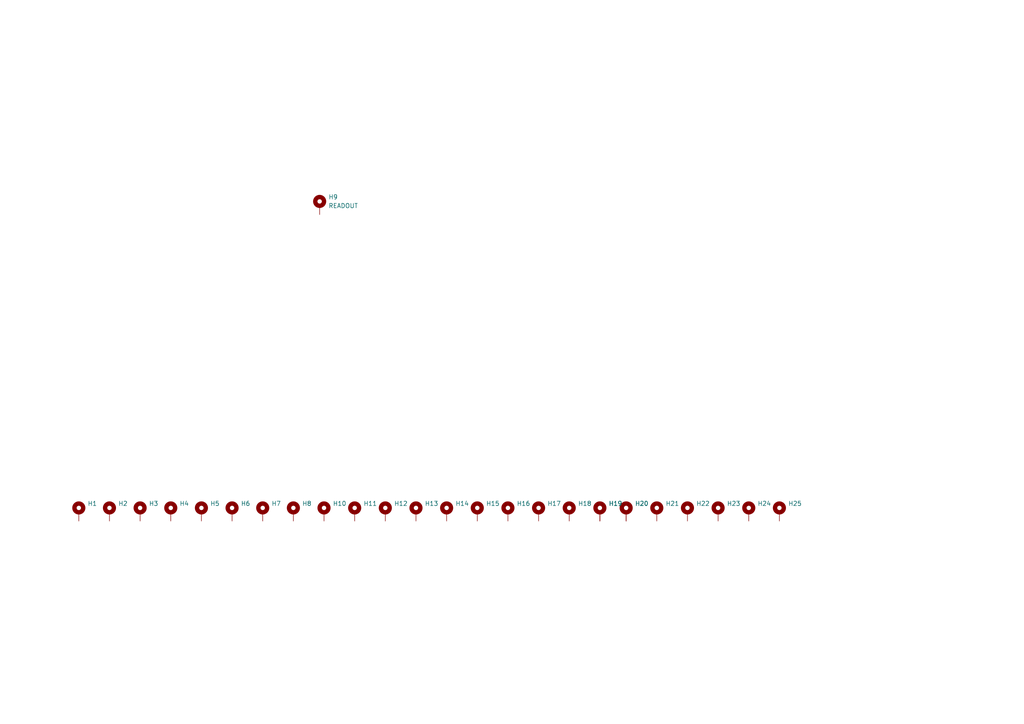
<source format=kicad_sch>
(kicad_sch (version 20211123) (generator eeschema)

  (uuid ec8f4d79-be17-402b-a40a-5aeeeecf2356)

  (paper "A4")

  (lib_symbols
    (symbol "Mechanical:MountingHole_Pad" (pin_numbers hide) (pin_names (offset 1.016) hide) (in_bom yes) (on_board yes)
      (property "Reference" "H" (id 0) (at 0 6.35 0)
        (effects (font (size 1.27 1.27)))
      )
      (property "Value" "MountingHole_Pad" (id 1) (at 0 4.445 0)
        (effects (font (size 1.27 1.27)))
      )
      (property "Footprint" "" (id 2) (at 0 0 0)
        (effects (font (size 1.27 1.27)) hide)
      )
      (property "Datasheet" "~" (id 3) (at 0 0 0)
        (effects (font (size 1.27 1.27)) hide)
      )
      (property "ki_keywords" "mounting hole" (id 4) (at 0 0 0)
        (effects (font (size 1.27 1.27)) hide)
      )
      (property "ki_description" "Mounting Hole with connection" (id 5) (at 0 0 0)
        (effects (font (size 1.27 1.27)) hide)
      )
      (property "ki_fp_filters" "MountingHole*Pad*" (id 6) (at 0 0 0)
        (effects (font (size 1.27 1.27)) hide)
      )
      (symbol "MountingHole_Pad_0_1"
        (circle (center 0 1.27) (radius 1.27)
          (stroke (width 1.27) (type default) (color 0 0 0 0))
          (fill (type none))
        )
      )
      (symbol "MountingHole_Pad_1_1"
        (pin input line (at 0 -2.54 90) (length 2.54)
          (name "1" (effects (font (size 1.27 1.27))))
          (number "1" (effects (font (size 1.27 1.27))))
        )
      )
    )
  )


  (symbol (lib_id "Mechanical:MountingHole_Pad") (at 102.87 148.59 0) (unit 1)
    (in_bom yes) (on_board yes) (fields_autoplaced)
    (uuid 2f5e6073-e478-48de-8f04-5039aa8c2823)
    (property "Reference" "H11" (id 0) (at 105.41 146.0499 0)
      (effects (font (size 1.27 1.27)) (justify left))
    )
    (property "Value" "MountingHole_Pad" (id 1) (at 105.41 148.5899 0)
      (effects (font (size 1.27 1.27)) (justify left) hide)
    )
    (property "Footprint" "MountingHole:MountingHole_5.3mm_M5_DIN965_Pad" (id 2) (at 102.87 148.59 0)
      (effects (font (size 1.27 1.27)) hide)
    )
    (property "Datasheet" "~" (id 3) (at 102.87 148.59 0)
      (effects (font (size 1.27 1.27)) hide)
    )
    (pin "1" (uuid 903664a9-2642-4e3a-b2f7-fd792726c160))
  )

  (symbol (lib_id "Mechanical:MountingHole_Pad") (at 58.42 148.59 0) (unit 1)
    (in_bom yes) (on_board yes) (fields_autoplaced)
    (uuid 2f9a61f3-05ca-4edf-b399-582031681004)
    (property "Reference" "H5" (id 0) (at 60.96 146.0499 0)
      (effects (font (size 1.27 1.27)) (justify left))
    )
    (property "Value" "MountingHole_Pad" (id 1) (at 60.96 148.5899 0)
      (effects (font (size 1.27 1.27)) (justify left) hide)
    )
    (property "Footprint" "MountingHole:MountingHole_5.3mm_M5_DIN965_Pad" (id 2) (at 58.42 148.59 0)
      (effects (font (size 1.27 1.27)) hide)
    )
    (property "Datasheet" "~" (id 3) (at 58.42 148.59 0)
      (effects (font (size 1.27 1.27)) hide)
    )
    (pin "1" (uuid c64b7090-cd60-49a0-ba22-8e075681e8a8))
  )

  (symbol (lib_id "Mechanical:MountingHole_Pad") (at 156.21 148.59 0) (unit 1)
    (in_bom yes) (on_board yes) (fields_autoplaced)
    (uuid 32393631-d068-4ed7-af9a-0e95742a522e)
    (property "Reference" "H17" (id 0) (at 158.75 146.0499 0)
      (effects (font (size 1.27 1.27)) (justify left))
    )
    (property "Value" "MountingHole_Pad" (id 1) (at 158.75 148.5899 0)
      (effects (font (size 1.27 1.27)) (justify left) hide)
    )
    (property "Footprint" "MountingHole:MountingHole_5.3mm_M5_DIN965_Pad" (id 2) (at 156.21 148.59 0)
      (effects (font (size 1.27 1.27)) hide)
    )
    (property "Datasheet" "~" (id 3) (at 156.21 148.59 0)
      (effects (font (size 1.27 1.27)) hide)
    )
    (pin "1" (uuid aaba2ca7-ce7c-4aba-8af3-3d1248266572))
  )

  (symbol (lib_id "Mechanical:MountingHole_Pad") (at 190.5 148.59 0) (unit 1)
    (in_bom yes) (on_board yes) (fields_autoplaced)
    (uuid 32f45e70-7cfe-456d-96f6-052252b819cf)
    (property "Reference" "H21" (id 0) (at 193.04 146.0499 0)
      (effects (font (size 1.27 1.27)) (justify left))
    )
    (property "Value" "MountingHole_Pad" (id 1) (at 193.04 148.5899 0)
      (effects (font (size 1.27 1.27)) (justify left) hide)
    )
    (property "Footprint" "MountingHole:MountingHole_5.3mm_M5_DIN965_Pad" (id 2) (at 190.5 148.59 0)
      (effects (font (size 1.27 1.27)) hide)
    )
    (property "Datasheet" "~" (id 3) (at 190.5 148.59 0)
      (effects (font (size 1.27 1.27)) hide)
    )
    (pin "1" (uuid 8dd33727-ce56-4961-a19a-0c2a543a4e51))
  )

  (symbol (lib_id "Mechanical:MountingHole_Pad") (at 49.53 148.59 0) (unit 1)
    (in_bom yes) (on_board yes) (fields_autoplaced)
    (uuid 4f636055-f2e9-41cb-88d5-387cedaa19f1)
    (property "Reference" "H4" (id 0) (at 52.07 146.0499 0)
      (effects (font (size 1.27 1.27)) (justify left))
    )
    (property "Value" "MountingHole_Pad" (id 1) (at 52.07 148.5899 0)
      (effects (font (size 1.27 1.27)) (justify left) hide)
    )
    (property "Footprint" "MountingHole:MountingHole_5.3mm_M5_DIN965_Pad" (id 2) (at 49.53 148.59 0)
      (effects (font (size 1.27 1.27)) hide)
    )
    (property "Datasheet" "~" (id 3) (at 49.53 148.59 0)
      (effects (font (size 1.27 1.27)) hide)
    )
    (pin "1" (uuid a0b7f6be-486c-4a94-b7e0-e416d3a14ad5))
  )

  (symbol (lib_id "Mechanical:MountingHole_Pad") (at 181.61 148.59 0) (unit 1)
    (in_bom yes) (on_board yes) (fields_autoplaced)
    (uuid 57183a9c-017c-4704-ac8e-115ea6f8638d)
    (property "Reference" "H20" (id 0) (at 184.15 146.0499 0)
      (effects (font (size 1.27 1.27)) (justify left))
    )
    (property "Value" "MountingHole_Pad" (id 1) (at 184.15 148.5899 0)
      (effects (font (size 1.27 1.27)) (justify left) hide)
    )
    (property "Footprint" "MountingHole:MountingHole_5.3mm_M5_DIN965_Pad" (id 2) (at 181.61 148.59 0)
      (effects (font (size 1.27 1.27)) hide)
    )
    (property "Datasheet" "~" (id 3) (at 181.61 148.59 0)
      (effects (font (size 1.27 1.27)) hide)
    )
    (pin "1" (uuid eab7e84f-08c3-4ecf-921b-ad7318476a01))
  )

  (symbol (lib_id "Mechanical:MountingHole_Pad") (at 67.31 148.59 0) (unit 1)
    (in_bom yes) (on_board yes) (fields_autoplaced)
    (uuid 5c82f6ea-add0-4404-b133-c98a28367336)
    (property "Reference" "H6" (id 0) (at 69.85 146.0499 0)
      (effects (font (size 1.27 1.27)) (justify left))
    )
    (property "Value" "MountingHole_Pad" (id 1) (at 69.85 148.5899 0)
      (effects (font (size 1.27 1.27)) (justify left) hide)
    )
    (property "Footprint" "MountingHole:MountingHole_5.3mm_M5_DIN965_Pad" (id 2) (at 67.31 148.59 0)
      (effects (font (size 1.27 1.27)) hide)
    )
    (property "Datasheet" "~" (id 3) (at 67.31 148.59 0)
      (effects (font (size 1.27 1.27)) hide)
    )
    (pin "1" (uuid 2fc606e0-7ca4-4237-9fff-99b3323fc77b))
  )

  (symbol (lib_id "Mechanical:MountingHole_Pad") (at 40.64 148.59 0) (unit 1)
    (in_bom yes) (on_board yes) (fields_autoplaced)
    (uuid 674bb822-53d2-4263-b7c5-dae7036bb4a8)
    (property "Reference" "H3" (id 0) (at 43.18 146.0499 0)
      (effects (font (size 1.27 1.27)) (justify left))
    )
    (property "Value" "MountingHole_Pad" (id 1) (at 43.18 148.5899 0)
      (effects (font (size 1.27 1.27)) (justify left) hide)
    )
    (property "Footprint" "MountingHole:MountingHole_5.3mm_M5_DIN965_Pad" (id 2) (at 40.64 148.59 0)
      (effects (font (size 1.27 1.27)) hide)
    )
    (property "Datasheet" "~" (id 3) (at 40.64 148.59 0)
      (effects (font (size 1.27 1.27)) hide)
    )
    (pin "1" (uuid 6b92193f-56b8-4152-9595-a8779de6b5f5))
  )

  (symbol (lib_id "Mechanical:MountingHole_Pad") (at 111.76 148.59 0) (unit 1)
    (in_bom yes) (on_board yes) (fields_autoplaced)
    (uuid 67a6f062-30ce-4303-85c0-ec91d5c411d5)
    (property "Reference" "H12" (id 0) (at 114.3 146.0499 0)
      (effects (font (size 1.27 1.27)) (justify left))
    )
    (property "Value" "MountingHole_Pad" (id 1) (at 114.3 148.5899 0)
      (effects (font (size 1.27 1.27)) (justify left) hide)
    )
    (property "Footprint" "MountingHole:MountingHole_5.3mm_M5_DIN965_Pad" (id 2) (at 111.76 148.59 0)
      (effects (font (size 1.27 1.27)) hide)
    )
    (property "Datasheet" "~" (id 3) (at 111.76 148.59 0)
      (effects (font (size 1.27 1.27)) hide)
    )
    (pin "1" (uuid 25987ad8-555e-4175-8748-4edc0e71ed20))
  )

  (symbol (lib_id "Mechanical:MountingHole_Pad") (at 226.06 148.59 0) (unit 1)
    (in_bom yes) (on_board yes) (fields_autoplaced)
    (uuid 79418ce3-051e-4034-99c4-da2fa3285011)
    (property "Reference" "H25" (id 0) (at 228.6 146.0499 0)
      (effects (font (size 1.27 1.27)) (justify left))
    )
    (property "Value" "MountingHole_Pad" (id 1) (at 228.6 148.5899 0)
      (effects (font (size 1.27 1.27)) (justify left) hide)
    )
    (property "Footprint" "MountingHole:MountingHole_5.3mm_M5_DIN965_Pad" (id 2) (at 226.06 148.59 0)
      (effects (font (size 1.27 1.27)) hide)
    )
    (property "Datasheet" "~" (id 3) (at 226.06 148.59 0)
      (effects (font (size 1.27 1.27)) hide)
    )
    (pin "1" (uuid 4be1fe21-35a7-4512-826b-a35c8e263e11))
  )

  (symbol (lib_id "Mechanical:MountingHole_Pad") (at 217.17 148.59 0) (unit 1)
    (in_bom yes) (on_board yes) (fields_autoplaced)
    (uuid 8536e283-7dd1-465c-a830-ab3c239d091e)
    (property "Reference" "H24" (id 0) (at 219.71 146.0499 0)
      (effects (font (size 1.27 1.27)) (justify left))
    )
    (property "Value" "MountingHole_Pad" (id 1) (at 219.71 148.5899 0)
      (effects (font (size 1.27 1.27)) (justify left) hide)
    )
    (property "Footprint" "MountingHole:MountingHole_5.3mm_M5_DIN965_Pad" (id 2) (at 217.17 148.59 0)
      (effects (font (size 1.27 1.27)) hide)
    )
    (property "Datasheet" "~" (id 3) (at 217.17 148.59 0)
      (effects (font (size 1.27 1.27)) hide)
    )
    (pin "1" (uuid 0fc55926-565f-4fc2-842c-33b62d793790))
  )

  (symbol (lib_id "Mechanical:MountingHole_Pad") (at 92.71 59.69 0) (unit 1)
    (in_bom yes) (on_board yes) (fields_autoplaced)
    (uuid 8989e8a0-d335-4bdf-a84a-ec6b007614f2)
    (property "Reference" "H9" (id 0) (at 95.25 57.1499 0)
      (effects (font (size 1.27 1.27)) (justify left))
    )
    (property "Value" "READOUT" (id 1) (at 95.25 59.6899 0)
      (effects (font (size 1.27 1.27)) (justify left))
    )
    (property "Footprint" "TestPoint:TestPoint_Pad_D4.0mm" (id 2) (at 92.71 59.69 0)
      (effects (font (size 1.27 1.27)) hide)
    )
    (property "Datasheet" "~" (id 3) (at 92.71 59.69 0)
      (effects (font (size 1.27 1.27)) hide)
    )
    (pin "1" (uuid 3f4ba0b3-7bc1-40a9-b11d-ccd7bfb2c7c4))
  )

  (symbol (lib_id "Mechanical:MountingHole_Pad") (at 208.28 148.59 0) (unit 1)
    (in_bom yes) (on_board yes) (fields_autoplaced)
    (uuid 8fae94a6-199d-4224-898d-d7e34a992e9c)
    (property "Reference" "H23" (id 0) (at 210.82 146.0499 0)
      (effects (font (size 1.27 1.27)) (justify left))
    )
    (property "Value" "MountingHole_Pad" (id 1) (at 210.82 148.5899 0)
      (effects (font (size 1.27 1.27)) (justify left) hide)
    )
    (property "Footprint" "MountingHole:MountingHole_5.3mm_M5_DIN965_Pad" (id 2) (at 208.28 148.59 0)
      (effects (font (size 1.27 1.27)) hide)
    )
    (property "Datasheet" "~" (id 3) (at 208.28 148.59 0)
      (effects (font (size 1.27 1.27)) hide)
    )
    (pin "1" (uuid 642580cc-c423-404a-a7da-8016bbae8105))
  )

  (symbol (lib_id "Mechanical:MountingHole_Pad") (at 22.86 148.59 0) (unit 1)
    (in_bom yes) (on_board yes) (fields_autoplaced)
    (uuid 9850ff21-c0db-4800-b750-2459e4b4af1d)
    (property "Reference" "H1" (id 0) (at 25.4 146.0499 0)
      (effects (font (size 1.27 1.27)) (justify left))
    )
    (property "Value" "MountingHole_Pad" (id 1) (at 25.4 148.5899 0)
      (effects (font (size 1.27 1.27)) (justify left) hide)
    )
    (property "Footprint" "MountingHole:MountingHole_5.3mm_M5_DIN965_Pad" (id 2) (at 22.86 148.59 0)
      (effects (font (size 1.27 1.27)) hide)
    )
    (property "Datasheet" "~" (id 3) (at 22.86 148.59 0)
      (effects (font (size 1.27 1.27)) hide)
    )
    (pin "1" (uuid cf4fc299-a35c-4c9f-818f-1768d8283c37))
  )

  (symbol (lib_id "Mechanical:MountingHole_Pad") (at 85.09 148.59 0) (unit 1)
    (in_bom yes) (on_board yes) (fields_autoplaced)
    (uuid 998a52c8-6a7b-4249-ad6f-5ad413f4d888)
    (property "Reference" "H8" (id 0) (at 87.63 146.0499 0)
      (effects (font (size 1.27 1.27)) (justify left))
    )
    (property "Value" "MountingHole_Pad" (id 1) (at 87.63 148.5899 0)
      (effects (font (size 1.27 1.27)) (justify left) hide)
    )
    (property "Footprint" "MountingHole:MountingHole_5.3mm_M5_DIN965_Pad" (id 2) (at 85.09 148.59 0)
      (effects (font (size 1.27 1.27)) hide)
    )
    (property "Datasheet" "~" (id 3) (at 85.09 148.59 0)
      (effects (font (size 1.27 1.27)) hide)
    )
    (pin "1" (uuid 49f31438-3658-4bdf-9496-c0b4c894486a))
  )

  (symbol (lib_id "Mechanical:MountingHole_Pad") (at 93.98 148.59 0) (unit 1)
    (in_bom yes) (on_board yes) (fields_autoplaced)
    (uuid a3f7e6c2-9c07-4408-afd3-7ec191c81043)
    (property "Reference" "H10" (id 0) (at 96.52 146.0499 0)
      (effects (font (size 1.27 1.27)) (justify left))
    )
    (property "Value" "MountingHole_Pad" (id 1) (at 96.52 148.5899 0)
      (effects (font (size 1.27 1.27)) (justify left) hide)
    )
    (property "Footprint" "MountingHole:MountingHole_5.3mm_M5_DIN965_Pad" (id 2) (at 93.98 148.59 0)
      (effects (font (size 1.27 1.27)) hide)
    )
    (property "Datasheet" "~" (id 3) (at 93.98 148.59 0)
      (effects (font (size 1.27 1.27)) hide)
    )
    (pin "1" (uuid 38a34005-a84c-4fa9-b1d1-a09245470b91))
  )

  (symbol (lib_id "Mechanical:MountingHole_Pad") (at 199.39 148.59 0) (unit 1)
    (in_bom yes) (on_board yes) (fields_autoplaced)
    (uuid bc63f70e-5fed-45fe-b4df-4f2bfa244ba6)
    (property "Reference" "H22" (id 0) (at 201.93 146.0499 0)
      (effects (font (size 1.27 1.27)) (justify left))
    )
    (property "Value" "MountingHole_Pad" (id 1) (at 201.93 148.5899 0)
      (effects (font (size 1.27 1.27)) (justify left) hide)
    )
    (property "Footprint" "MountingHole:MountingHole_5.3mm_M5_DIN965_Pad" (id 2) (at 199.39 148.59 0)
      (effects (font (size 1.27 1.27)) hide)
    )
    (property "Datasheet" "~" (id 3) (at 199.39 148.59 0)
      (effects (font (size 1.27 1.27)) hide)
    )
    (pin "1" (uuid 774dd4c1-12d8-4dd8-8423-216354fd3f3c))
  )

  (symbol (lib_id "Mechanical:MountingHole_Pad") (at 120.65 148.59 0) (unit 1)
    (in_bom yes) (on_board yes) (fields_autoplaced)
    (uuid be834e61-5dce-4ce2-8583-92ae67d9d946)
    (property "Reference" "H13" (id 0) (at 123.19 146.0499 0)
      (effects (font (size 1.27 1.27)) (justify left))
    )
    (property "Value" "MountingHole_Pad" (id 1) (at 123.19 148.5899 0)
      (effects (font (size 1.27 1.27)) (justify left) hide)
    )
    (property "Footprint" "MountingHole:MountingHole_5.3mm_M5_DIN965_Pad" (id 2) (at 120.65 148.59 0)
      (effects (font (size 1.27 1.27)) hide)
    )
    (property "Datasheet" "~" (id 3) (at 120.65 148.59 0)
      (effects (font (size 1.27 1.27)) hide)
    )
    (pin "1" (uuid cbc1c676-0a0f-4963-8f41-80de480ad47c))
  )

  (symbol (lib_id "Mechanical:MountingHole_Pad") (at 165.1 148.59 0) (unit 1)
    (in_bom yes) (on_board yes) (fields_autoplaced)
    (uuid d2f6863e-e6f6-4000-8447-784d06052964)
    (property "Reference" "H18" (id 0) (at 167.64 146.0499 0)
      (effects (font (size 1.27 1.27)) (justify left))
    )
    (property "Value" "MountingHole_Pad" (id 1) (at 167.64 148.5899 0)
      (effects (font (size 1.27 1.27)) (justify left) hide)
    )
    (property "Footprint" "MountingHole:MountingHole_5.3mm_M5_DIN965_Pad" (id 2) (at 165.1 148.59 0)
      (effects (font (size 1.27 1.27)) hide)
    )
    (property "Datasheet" "~" (id 3) (at 165.1 148.59 0)
      (effects (font (size 1.27 1.27)) hide)
    )
    (pin "1" (uuid 2cc9a450-3a0a-4ce6-90be-b600d1cf4dc0))
  )

  (symbol (lib_id "Mechanical:MountingHole_Pad") (at 76.2 148.59 0) (unit 1)
    (in_bom yes) (on_board yes) (fields_autoplaced)
    (uuid d4f1464a-b7e2-40d1-a9b4-b51357cba350)
    (property "Reference" "H7" (id 0) (at 78.74 146.0499 0)
      (effects (font (size 1.27 1.27)) (justify left))
    )
    (property "Value" "MountingHole_Pad" (id 1) (at 78.74 148.5899 0)
      (effects (font (size 1.27 1.27)) (justify left) hide)
    )
    (property "Footprint" "MountingHole:MountingHole_5.3mm_M5_DIN965_Pad" (id 2) (at 76.2 148.59 0)
      (effects (font (size 1.27 1.27)) hide)
    )
    (property "Datasheet" "~" (id 3) (at 76.2 148.59 0)
      (effects (font (size 1.27 1.27)) hide)
    )
    (pin "1" (uuid b63ad01d-a562-4479-a8a9-b6f501538121))
  )

  (symbol (lib_id "Mechanical:MountingHole_Pad") (at 129.54 148.59 0) (unit 1)
    (in_bom yes) (on_board yes) (fields_autoplaced)
    (uuid d98b9304-b7b6-47c8-b457-4cf6275efb6b)
    (property "Reference" "H14" (id 0) (at 132.08 146.0499 0)
      (effects (font (size 1.27 1.27)) (justify left))
    )
    (property "Value" "MountingHole_Pad" (id 1) (at 132.08 148.5899 0)
      (effects (font (size 1.27 1.27)) (justify left) hide)
    )
    (property "Footprint" "MountingHole:MountingHole_5.3mm_M5_DIN965_Pad" (id 2) (at 129.54 148.59 0)
      (effects (font (size 1.27 1.27)) hide)
    )
    (property "Datasheet" "~" (id 3) (at 129.54 148.59 0)
      (effects (font (size 1.27 1.27)) hide)
    )
    (pin "1" (uuid 2f43541a-41b3-4cea-b426-2b7d181fa70e))
  )

  (symbol (lib_id "Mechanical:MountingHole_Pad") (at 138.43 148.59 0) (unit 1)
    (in_bom yes) (on_board yes) (fields_autoplaced)
    (uuid df3217cf-0e35-4b62-ad9f-1902505b2a78)
    (property "Reference" "H15" (id 0) (at 140.97 146.0499 0)
      (effects (font (size 1.27 1.27)) (justify left))
    )
    (property "Value" "MountingHole_Pad" (id 1) (at 140.97 148.5899 0)
      (effects (font (size 1.27 1.27)) (justify left) hide)
    )
    (property "Footprint" "MountingHole:MountingHole_5.3mm_M5_DIN965_Pad" (id 2) (at 138.43 148.59 0)
      (effects (font (size 1.27 1.27)) hide)
    )
    (property "Datasheet" "~" (id 3) (at 138.43 148.59 0)
      (effects (font (size 1.27 1.27)) hide)
    )
    (pin "1" (uuid eec8c0d9-e958-40b8-912e-b49a108fce25))
  )

  (symbol (lib_id "Mechanical:MountingHole_Pad") (at 31.75 148.59 0) (unit 1)
    (in_bom yes) (on_board yes) (fields_autoplaced)
    (uuid e10653cb-8b45-47f7-9822-37baeeda75b9)
    (property "Reference" "H2" (id 0) (at 34.29 146.0499 0)
      (effects (font (size 1.27 1.27)) (justify left))
    )
    (property "Value" "MountingHole_Pad" (id 1) (at 34.29 148.5899 0)
      (effects (font (size 1.27 1.27)) (justify left) hide)
    )
    (property "Footprint" "MountingHole:MountingHole_5.3mm_M5_DIN965_Pad" (id 2) (at 31.75 148.59 0)
      (effects (font (size 1.27 1.27)) hide)
    )
    (property "Datasheet" "~" (id 3) (at 31.75 148.59 0)
      (effects (font (size 1.27 1.27)) hide)
    )
    (pin "1" (uuid 15fb6a15-43a0-4b6e-aa7e-dc07be192f31))
  )

  (symbol (lib_id "Mechanical:MountingHole_Pad") (at 173.99 148.59 0) (unit 1)
    (in_bom yes) (on_board yes) (fields_autoplaced)
    (uuid f3957bf3-e484-468d-84a3-e2b92e2e69fc)
    (property "Reference" "H19" (id 0) (at 176.53 146.0499 0)
      (effects (font (size 1.27 1.27)) (justify left))
    )
    (property "Value" "MountingHole_Pad" (id 1) (at 176.53 148.5899 0)
      (effects (font (size 1.27 1.27)) (justify left) hide)
    )
    (property "Footprint" "MountingHole:MountingHole_5.3mm_M5_DIN965_Pad" (id 2) (at 173.99 148.59 0)
      (effects (font (size 1.27 1.27)) hide)
    )
    (property "Datasheet" "~" (id 3) (at 173.99 148.59 0)
      (effects (font (size 1.27 1.27)) hide)
    )
    (pin "1" (uuid daf1f965-f4fc-4e0b-96b7-43946782e95d))
  )

  (symbol (lib_id "Mechanical:MountingHole_Pad") (at 147.32 148.59 0) (unit 1)
    (in_bom yes) (on_board yes) (fields_autoplaced)
    (uuid f43bed3e-f4bb-42c0-a973-2e3f29ec44ac)
    (property "Reference" "H16" (id 0) (at 149.86 146.0499 0)
      (effects (font (size 1.27 1.27)) (justify left))
    )
    (property "Value" "MountingHole_Pad" (id 1) (at 149.86 148.5899 0)
      (effects (font (size 1.27 1.27)) (justify left) hide)
    )
    (property "Footprint" "MountingHole:MountingHole_5.3mm_M5_DIN965_Pad" (id 2) (at 147.32 148.59 0)
      (effects (font (size 1.27 1.27)) hide)
    )
    (property "Datasheet" "~" (id 3) (at 147.32 148.59 0)
      (effects (font (size 1.27 1.27)) hide)
    )
    (pin "1" (uuid 3a911f59-088e-494f-b061-bfcdda52a7ec))
  )

  (sheet_instances
    (path "/" (page "1"))
  )

  (symbol_instances
    (path "/9850ff21-c0db-4800-b750-2459e4b4af1d"
      (reference "H1") (unit 1) (value "MountingHole_Pad") (footprint "MountingHole:MountingHole_5.3mm_M5_DIN965_Pad")
    )
    (path "/e10653cb-8b45-47f7-9822-37baeeda75b9"
      (reference "H2") (unit 1) (value "MountingHole_Pad") (footprint "MountingHole:MountingHole_5.3mm_M5_DIN965_Pad")
    )
    (path "/674bb822-53d2-4263-b7c5-dae7036bb4a8"
      (reference "H3") (unit 1) (value "MountingHole_Pad") (footprint "MountingHole:MountingHole_5.3mm_M5_DIN965_Pad")
    )
    (path "/4f636055-f2e9-41cb-88d5-387cedaa19f1"
      (reference "H4") (unit 1) (value "MountingHole_Pad") (footprint "MountingHole:MountingHole_5.3mm_M5_DIN965_Pad")
    )
    (path "/2f9a61f3-05ca-4edf-b399-582031681004"
      (reference "H5") (unit 1) (value "MountingHole_Pad") (footprint "MountingHole:MountingHole_5.3mm_M5_DIN965_Pad")
    )
    (path "/5c82f6ea-add0-4404-b133-c98a28367336"
      (reference "H6") (unit 1) (value "MountingHole_Pad") (footprint "MountingHole:MountingHole_5.3mm_M5_DIN965_Pad")
    )
    (path "/d4f1464a-b7e2-40d1-a9b4-b51357cba350"
      (reference "H7") (unit 1) (value "MountingHole_Pad") (footprint "MountingHole:MountingHole_5.3mm_M5_DIN965_Pad")
    )
    (path "/998a52c8-6a7b-4249-ad6f-5ad413f4d888"
      (reference "H8") (unit 1) (value "MountingHole_Pad") (footprint "MountingHole:MountingHole_5.3mm_M5_DIN965_Pad")
    )
    (path "/8989e8a0-d335-4bdf-a84a-ec6b007614f2"
      (reference "H9") (unit 1) (value "READOUT") (footprint "TestPoint:TestPoint_Pad_D4.0mm")
    )
    (path "/a3f7e6c2-9c07-4408-afd3-7ec191c81043"
      (reference "H10") (unit 1) (value "MountingHole_Pad") (footprint "MountingHole:MountingHole_5.3mm_M5_DIN965_Pad")
    )
    (path "/2f5e6073-e478-48de-8f04-5039aa8c2823"
      (reference "H11") (unit 1) (value "MountingHole_Pad") (footprint "MountingHole:MountingHole_5.3mm_M5_DIN965_Pad")
    )
    (path "/67a6f062-30ce-4303-85c0-ec91d5c411d5"
      (reference "H12") (unit 1) (value "MountingHole_Pad") (footprint "MountingHole:MountingHole_5.3mm_M5_DIN965_Pad")
    )
    (path "/be834e61-5dce-4ce2-8583-92ae67d9d946"
      (reference "H13") (unit 1) (value "MountingHole_Pad") (footprint "MountingHole:MountingHole_5.3mm_M5_DIN965_Pad")
    )
    (path "/d98b9304-b7b6-47c8-b457-4cf6275efb6b"
      (reference "H14") (unit 1) (value "MountingHole_Pad") (footprint "MountingHole:MountingHole_5.3mm_M5_DIN965_Pad")
    )
    (path "/df3217cf-0e35-4b62-ad9f-1902505b2a78"
      (reference "H15") (unit 1) (value "MountingHole_Pad") (footprint "MountingHole:MountingHole_5.3mm_M5_DIN965_Pad")
    )
    (path "/f43bed3e-f4bb-42c0-a973-2e3f29ec44ac"
      (reference "H16") (unit 1) (value "MountingHole_Pad") (footprint "MountingHole:MountingHole_5.3mm_M5_DIN965_Pad")
    )
    (path "/32393631-d068-4ed7-af9a-0e95742a522e"
      (reference "H17") (unit 1) (value "MountingHole_Pad") (footprint "MountingHole:MountingHole_5.3mm_M5_DIN965_Pad")
    )
    (path "/d2f6863e-e6f6-4000-8447-784d06052964"
      (reference "H18") (unit 1) (value "MountingHole_Pad") (footprint "MountingHole:MountingHole_5.3mm_M5_DIN965_Pad")
    )
    (path "/f3957bf3-e484-468d-84a3-e2b92e2e69fc"
      (reference "H19") (unit 1) (value "MountingHole_Pad") (footprint "MountingHole:MountingHole_5.3mm_M5_DIN965_Pad")
    )
    (path "/57183a9c-017c-4704-ac8e-115ea6f8638d"
      (reference "H20") (unit 1) (value "MountingHole_Pad") (footprint "MountingHole:MountingHole_5.3mm_M5_DIN965_Pad")
    )
    (path "/32f45e70-7cfe-456d-96f6-052252b819cf"
      (reference "H21") (unit 1) (value "MountingHole_Pad") (footprint "MountingHole:MountingHole_5.3mm_M5_DIN965_Pad")
    )
    (path "/bc63f70e-5fed-45fe-b4df-4f2bfa244ba6"
      (reference "H22") (unit 1) (value "MountingHole_Pad") (footprint "MountingHole:MountingHole_5.3mm_M5_DIN965_Pad")
    )
    (path "/8fae94a6-199d-4224-898d-d7e34a992e9c"
      (reference "H23") (unit 1) (value "MountingHole_Pad") (footprint "MountingHole:MountingHole_5.3mm_M5_DIN965_Pad")
    )
    (path "/8536e283-7dd1-465c-a830-ab3c239d091e"
      (reference "H24") (unit 1) (value "MountingHole_Pad") (footprint "MountingHole:MountingHole_5.3mm_M5_DIN965_Pad")
    )
    (path "/79418ce3-051e-4034-99c4-da2fa3285011"
      (reference "H25") (unit 1) (value "MountingHole_Pad") (footprint "MountingHole:MountingHole_5.3mm_M5_DIN965_Pad")
    )
  )
)

</source>
